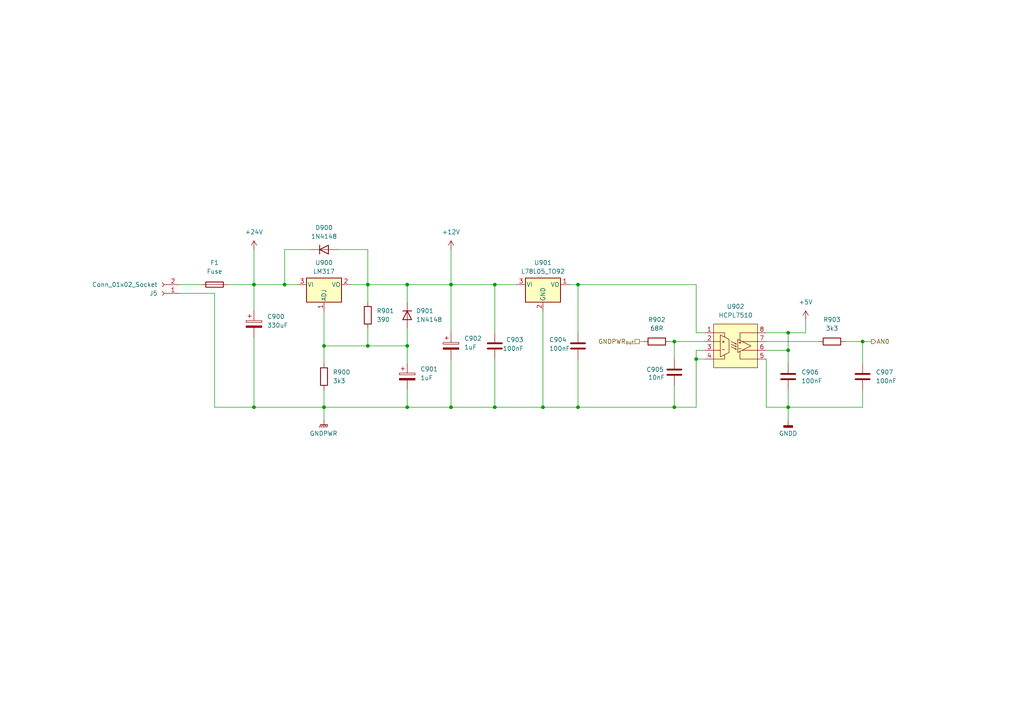
<source format=kicad_sch>
(kicad_sch (version 20231120) (generator "eeschema") (generator_version "8.0")
  (paper "A4")
  (title_block (title "Motor Control") (date "2025-07-03") (rev "0.1.0") (company "AARHUS TECH"))
  (lib_symbols
    (symbol "Connector:Conn_01x02_Socket" (pin_names (offset 1.016) hide)
      (property "Reference" "J" (at 0 2.54 0))
      (property "Value" "Conn_01x02_Socket" (at 0 -5.08 0))
      (symbol "Conn_01x02_Socket_1_1"
        (arc (start 0 -2.032) (mid -0.5058 -2.54) (end 0 -3.048) (stroke (width 0.1524)))
        (polyline (pts (xy -1.27 -2.54) (xy -0.508 -2.54)) (stroke (width 0.1524)))
        (polyline (pts (xy -1.27 0) (xy -0.508 0)) (stroke (width 0.1524)))
        (arc (start 0 0.508) (mid -0.5058 0) (end 0 -0.508) (stroke (width 0.1524)))
        (pin passive line (at -5.08 0 0) (length 3.81) (name "Pin_1") (number "1"))
        (pin passive line (at -5.08 -2.54 0) (length 3.81) (name "Pin_2") (number "2"))
      )
    )
    (symbol "Device:C" (pin_numbers hide) (pin_names (offset 0.254))
      (property "Reference" "C" (at 0.635 2.54 0))
      (property "Value" "C" (at 0.635 -2.54 0))
      (symbol "C_0_1"
        (polyline (pts (xy -2.032 -0.762) (xy 2.032 -0.762)) (stroke (width 0.508)))
        (polyline (pts (xy -2.032 0.762) (xy 2.032 0.762)) (stroke (width 0.508)))
      )
      (symbol "C_1_1"
        (pin passive line (at 0 3.81 270) (length 2.794) (name "~") (number "1"))
        (pin passive line (at 0 -3.81 90) (length 2.794) (name "~") (number "2"))
      )
    )
    (symbol "Device:C_Polarized" (pin_numbers hide) (pin_names (offset 0.254))
      (property "Reference" "C" (at 0.635 2.54 0))
      (property "Value" "C_Polarized" (at 0.635 -2.54 0))
      (symbol "C_Polarized_0_1"
        (rectangle (start -2.286 0.508) (end 2.286 1.016))
        (polyline (pts (xy -1.778 2.286) (xy -0.762 2.286)))
        (polyline (pts (xy -1.27 2.794) (xy -1.27 1.778)))
        (rectangle (start 2.286 -0.508) (end -2.286 -1.016) (fill (type outline)))
      )
      (symbol "C_Polarized_1_1"
        (pin passive line (at 0 3.81 270) (length 2.794) (name "~") (number "1"))
        (pin passive line (at 0 -3.81 90) (length 2.794) (name "~") (number "2"))
      )
    )
    (symbol "Device:Fuse" (pin_numbers hide) (pin_names (offset 0))
      (property "Reference" "F" (at 2.032 0 90))
      (property "Value" "Fuse" (at -1.905 0 90))
      (symbol "Fuse_0_1"
        (rectangle (start -0.762 -2.54) (end 0.762 2.54) (stroke (width 0.254)))
        (polyline (pts (xy 0 2.54) (xy 0 -2.54)))
      )
      (symbol "Fuse_1_1"
        (pin passive line (at 0 3.81 270) (length 1.27) (name "~") (number "1"))
        (pin passive line (at 0 -3.81 90) (length 1.27) (name "~") (number "2"))
      )
    )
    (symbol "Device:R" (pin_numbers hide) (pin_names (offset 0))
      (property "Reference" "R" (at 2.032 0 90))
      (property "Value" "R" (at 0 0 90))
      (symbol "R_0_1"
        (rectangle (start -1.016 -2.54) (end 1.016 2.54) (stroke (width 0.254)))
      )
      (symbol "R_1_1"
        (pin passive line (at 0 3.81 270) (length 1.27) (name "~") (number "1"))
        (pin passive line (at 0 -3.81 90) (length 1.27) (name "~") (number "2"))
      )
    )
    (symbol "Diode:1N4148" (pin_numbers hide) (pin_names hide)
      (property "Reference" "D" (at 0 2.54 0))
      (property "Value" "1N4148" (at 0 -2.54 0))
      (symbol "1N4148_0_1"
        (polyline (pts (xy -1.27 1.27) (xy -1.27 -1.27)) (stroke (width 0.254)))
        (polyline (pts (xy 1.27 0) (xy -1.27 0)))
        (polyline (pts (xy 1.27 1.27) (xy 1.27 -1.27) (xy -1.27 0) (xy 1.27 1.27)) (stroke (width 0.254)))
      )
      (symbol "1N4148_1_1"
        (pin passive line (at -3.81 0 0) (length 2.54) (name "K") (number "1"))
        (pin passive line (at 3.81 0 180) (length 2.54) (name "A") (number "2"))
      )
    )
    (symbol "Regulator_Linear:L78L05_TO92" (pin_names (offset 0.254))
      (property "Reference" "U" (at -3.81 3.175 0))
      (property "Value" "L78L05_TO92" (at 0 3.175 0))
      (symbol "L78L05_TO92_0_1"
        (rectangle (start -5.08 -5.08) (end 5.08 1.905) (stroke (width 0.254)) (fill (type background)))
      )
      (symbol "L78L05_TO92_1_1"
        (pin power_out line (at 7.62 0 180) (length 2.54) (name "VO") (number "1"))
        (pin power_in line (at 0 -7.62 90) (length 2.54) (name "GND") (number "2"))
        (pin power_in line (at -7.62 0 0) (length 2.54) (name "VI") (number "3"))
      )
    )
    (symbol "Regulator_Linear:LM317_TO-220" (pin_names (offset 0.254))
      (property "Reference" "U" (at -3.81 3.175 0))
      (property "Value" "LM317_TO-220" (at 0 3.175 0))
      (symbol "LM317_TO-220_0_1"
        (rectangle (start -5.08 1.905) (end 5.08 -5.08) (stroke (width 0.254)) (fill (type background)))
      )
      (symbol "LM317_TO-220_1_1"
        (pin input line (at 0 -7.62 90) (length 2.54) (name "ADJ") (number "1"))
        (pin power_out line (at 7.62 0 180) (length 2.54) (name "VO") (number "2"))
        (pin power_in line (at -7.62 0 0) (length 2.54) (name "VI") (number "3"))
      )
    )
    (symbol "User:HCPL-7510" (pin_names hide)
      (property "Reference" "U" (at 2.54 -10.16 0))
      (symbol "HCPL-7510_1_1"
        (rectangle (start -6.35 6.35) (end 6.35 -6.35) (fill (type background)))
        (polyline (pts (xy -6.35 -1.27) (xy -4.445 -1.27)))
        (polyline (pts (xy -6.35 1.27) (xy -4.445 1.27)))
        (polyline (pts (xy -1.27 -0.254) (xy 0 -0.889)))
        (polyline (pts (xy -1.27 0.508) (xy 0 -0.127)))
        (polyline (pts (xy -1.27 1.27) (xy 0 0.635)))
        (polyline (pts (xy 6.35 -1.27) (xy 1.905 -1.27)))
        (polyline (pts (xy 6.35 1.27) (xy 1.905 1.27)))
        (polyline (pts (xy -6.35 -3.81) (xy -3.175 -3.81) (xy -3.175 -2.54)))
        (polyline (pts (xy -6.35 3.81) (xy -3.175 3.81) (xy -3.175 2.54)))
        (polyline (pts (xy 6.35 -3.81) (xy 1.27 -3.81) (xy 1.27 -1.6461)))
        (polyline (pts (xy 6.35 3.81) (xy 1.27 3.81) (xy 1.27 1.6676)))
        (polyline (pts (xy 0.254 -1.016) (xy 0 -0.762) (xy -0.1093 -0.9484) (xy 0.254 -1.016)))
        (polyline (pts (xy 0.254 -0.254) (xy 0 0) (xy -0.1093 -0.1864) (xy 0.254 -0.254)))
        (polyline (pts (xy 0.254 0.508) (xy 0 0.762) (xy -0.1093 0.5756) (xy 0.254 0.508)))
        (polyline (pts (xy 0.635 1.905) (xy 0.635 -1.905) (xy 4.445 0) (xy 0.635 1.905)) (fill (type background)))
        (polyline (pts (xy -4.445 -3.175) (xy -4.445 3.175) (xy -1.905 1.905) (xy -1.905 -1.905) (xy -4.445 -3.175)))
        (text "+" (at -3.556 1.27 0) (effects (font (size 0.889 0.889))))
        (text "+" (at 1.27 1.016 0) (effects (font (size 0.889 0.889))))
        (text "-" (at -3.556 -1.016 0) (effects (font (size 0.889 0.889))))
        (text "-" (at 1.27 -0.762 0) (effects (font (size 0.889 0.889))))
        (pin power_in line (at -8.89 3.81 0) (length 2.54) (name "V_{DD1}") (number "1"))
        (pin input line (at -8.89 1.27 0) (length 2.54) (name "V_{IN+}") (number "2"))
        (pin input line (at -8.89 -1.27 0) (length 2.54) (name "V_{IN-}") (number "3"))
        (pin power_in line (at -8.89 -3.81 0) (length 2.54) (name "GND_{1}") (number "4"))
        (pin power_in line (at 8.89 -3.81 180) (length 2.54) (name "GND_{2}") (number "5"))
        (pin input line (at 8.89 -1.27 180) (length 2.54) (name "V_{REF}") (number "6"))
        (pin output line (at 8.89 1.27 180) (length 2.54) (name "V_{OUT}") (number "7"))
        (pin power_in line (at 8.89 3.81 180) (length 2.54) (name "V_{DD2}") (number "8"))
      )
    )
    (symbol "power:+12V" (power) (pin_numbers hide) (pin_names (offset 0) hide)
      (property "Value" "+12V" (at 0 3.556 0))
      (symbol "+12V_0_1"
        (polyline (pts (xy -0.762 1.27) (xy 0 2.54)))
        (polyline (pts (xy 0 0) (xy 0 2.54)))
        (polyline (pts (xy 0 2.54) (xy 0.762 1.27)))
      )
      (symbol "+12V_1_1"
        (pin power_in line (at 0 0 90) (length 0) (name "~") (number "1"))
      )
    )
    (symbol "power:+24V" (power) (pin_numbers hide) (pin_names (offset 0) hide)
      (property "Value" "+24V" (at 0 3.556 0))
      (symbol "+24V_0_1"
        (polyline (pts (xy -0.762 1.27) (xy 0 2.54)))
        (polyline (pts (xy 0 0) (xy 0 2.54)))
        (polyline (pts (xy 0 2.54) (xy 0.762 1.27)))
      )
      (symbol "+24V_1_1"
        (pin power_in line (at 0 0 90) (length 0) (name "~") (number "1"))
      )
    )
    (symbol "power:+5VD" (power) (pin_numbers hide) (pin_names (offset 0) hide)
      (property "Value" "+5VD" (at 0 3.556 0))
      (symbol "+5VD_0_1"
        (polyline (pts (xy -0.762 1.27) (xy 0 2.54)))
        (polyline (pts (xy 0 0) (xy 0 2.54)))
        (polyline (pts (xy 0 2.54) (xy 0.762 1.27)))
      )
      (symbol "+5VD_1_1"
        (pin power_in line (at 0 0 90) (length 0) (name "~") (number "1"))
      )
    )
    (symbol "power:GNDD" (power) (pin_numbers hide) (pin_names (offset 0) hide)
      (property "Value" "GNDD" (at 0 -3.175 0))
      (symbol "GNDD_0_1"
        (rectangle (start -1.27 -1.524) (end 1.27 -2.032) (stroke (width 0.254)) (fill (type outline)))
        (polyline (pts (xy 0 0) (xy 0 -1.524)))
      )
      (symbol "GNDD_1_1"
        (pin power_in line (at 0 0 270) (length 0) (name "~") (number "1"))
      )
    )
    (symbol "power:GNDPWR" (power) (pin_numbers hide) (pin_names (offset 0) hide)
      (property "Value" "GNDPWR" (at 0 -3.302 0))
      (symbol "GNDPWR_0_1"
        (polyline (pts (xy 0 -1.27) (xy 0 0)))
        (polyline (pts (xy -1.016 -1.27) (xy -1.27 -2.032) (xy -1.27 -2.032)) (stroke (width 0.2032)))
        (polyline (pts (xy -0.508 -1.27) (xy -0.762 -2.032) (xy -0.762 -2.032)) (stroke (width 0.2032)))
        (polyline (pts (xy 0 -1.27) (xy -0.254 -2.032) (xy -0.254 -2.032)) (stroke (width 0.2032)))
        (polyline (pts (xy 0.508 -1.27) (xy 0.254 -2.032) (xy 0.254 -2.032)) (stroke (width 0.2032)))
        (polyline (pts (xy 1.016 -1.27) (xy -1.016 -1.27) (xy -1.016 -1.27)) (stroke (width 0.2032)))
        (polyline (pts (xy 1.016 -1.27) (xy 0.762 -2.032) (xy 0.762 -2.032) (xy 0.762 -2.032)) (stroke (width 0.2032)))
      )
      (symbol "GNDPWR_1_1"
        (pin power_in line (at 0 0 270) (length 0) (name "~") (number "1"))
      )
    )
  )
  (junction (at 73.66 118.11))
  (junction (at 93.98 118.11))
  (junction (at 118.11 82.55))
  (junction (at 228.6 96.52))
  (junction (at 130.81 118.11))
  (junction (at 82.55 82.55))
  (junction (at 118.11 118.11))
  (junction (at 195.58 118.11))
  (junction (at 118.11 100.33))
  (junction (at 143.51 118.11))
  (junction (at 250.19 99.06))
  (junction (at 228.6 118.11))
  (junction (at 201.93 104.14))
  (junction (at 157.48 118.11))
  (junction (at 73.66 82.55))
  (junction (at 130.81 82.55))
  (junction (at 167.64 82.55))
  (junction (at 228.6 101.6))
  (junction (at 143.51 82.55))
  (junction (at 167.64 118.11))
  (junction (at 195.58 99.06))
  (junction (at 106.68 82.55))
  (junction (at 93.98 100.33))
  (junction (at 106.68 100.33))
  (wire (pts (xy 52.07 82.55) (xy 58.42 82.55)))
  (wire (pts (xy 73.66 72.39) (xy 73.66 82.55)))
  (wire (pts (xy 194.31 99.06) (xy 195.58 99.06)))
  (wire (pts (xy 195.58 111.76) (xy 195.58 118.11)))
  (wire (pts (xy 118.11 118.11) (xy 93.98 118.11)))
  (wire (pts (xy 185.42 99.06) (xy 186.69 99.06)))
  (wire (pts (xy 73.66 97.79) (xy 73.66 118.11)))
  (wire (pts (xy 167.64 118.11) (xy 195.58 118.11)))
  (wire (pts (xy 228.6 118.11) (xy 228.6 121.92)))
  (wire (pts (xy 228.6 118.11) (xy 250.19 118.11)))
  (wire (pts (xy 106.68 82.55) (xy 106.68 87.63)))
  (wire (pts (xy 52.07 85.09) (xy 62.23 85.09)))
  (wire (pts (xy 93.98 113.03) (xy 93.98 118.11)))
  (wire (pts (xy 93.98 90.17) (xy 93.98 100.33)))
  (wire (pts (xy 82.55 72.39) (xy 82.55 82.55)))
  (wire (pts (xy 222.25 96.52) (xy 228.6 96.52)))
  (wire (pts (xy 233.68 92.71) (xy 233.68 96.52)))
  (wire (pts (xy 73.66 82.55) (xy 82.55 82.55)))
  (wire (pts (xy 195.58 99.06) (xy 195.58 104.14)))
  (wire (pts (xy 228.6 96.52) (xy 228.6 101.6)))
  (wire (pts (xy 130.81 96.52) (xy 130.81 82.55)))
  (wire (pts (xy 167.64 104.14) (xy 167.64 118.11)))
  (wire (pts (xy 130.81 118.11) (xy 143.51 118.11)))
  (wire (pts (xy 118.11 82.55) (xy 118.11 87.63)))
  (wire (pts (xy 157.48 118.11) (xy 157.48 90.17)))
  (wire (pts (xy 118.11 113.03) (xy 118.11 118.11)))
  (wire (pts (xy 130.81 118.11) (xy 118.11 118.11)))
  (wire (pts (xy 130.81 82.55) (xy 118.11 82.55)))
  (wire (pts (xy 157.48 118.11) (xy 167.64 118.11)))
  (wire (pts (xy 201.93 104.14) (xy 201.93 101.6)))
  (wire (pts (xy 97.79 72.39) (xy 106.68 72.39)))
  (wire (pts (xy 222.25 118.11) (xy 228.6 118.11)))
  (wire (pts (xy 73.66 118.11) (xy 93.98 118.11)))
  (wire (pts (xy 106.68 82.55) (xy 101.6 82.55)))
  (wire (pts (xy 90.17 72.39) (xy 82.55 72.39)))
  (wire (pts (xy 106.68 72.39) (xy 106.68 82.55)))
  (wire (pts (xy 93.98 100.33) (xy 106.68 100.33)))
  (wire (pts (xy 143.51 118.11) (xy 157.48 118.11)))
  (wire (pts (xy 228.6 101.6) (xy 222.25 101.6)))
  (wire (pts (xy 245.11 99.06) (xy 250.19 99.06)))
  (wire (pts (xy 130.81 72.39) (xy 130.81 82.55)))
  (wire (pts (xy 66.04 82.55) (xy 73.66 82.55)))
  (wire (pts (xy 228.6 105.41) (xy 228.6 101.6)))
  (wire (pts (xy 118.11 95.25) (xy 118.11 100.33)))
  (wire (pts (xy 204.47 101.6) (xy 201.93 101.6)))
  (wire (pts (xy 143.51 82.55) (xy 149.86 82.55)))
  (wire (pts (xy 250.19 99.06) (xy 250.19 105.41)))
  (wire (pts (xy 204.47 99.06) (xy 195.58 99.06)))
  (wire (pts (xy 73.66 90.17) (xy 73.66 82.55)))
  (wire (pts (xy 201.93 104.14) (xy 204.47 104.14)))
  (wire (pts (xy 250.19 113.03) (xy 250.19 118.11)))
  (wire (pts (xy 222.25 99.06) (xy 237.49 99.06)))
  (wire (pts (xy 250.19 99.06) (xy 252.73 99.06)))
  (wire (pts (xy 201.93 118.11) (xy 201.93 104.14)))
  (wire (pts (xy 167.64 82.55) (xy 167.64 96.52)))
  (wire (pts (xy 201.93 96.52) (xy 204.47 96.52)))
  (wire (pts (xy 130.81 82.55) (xy 143.51 82.55)))
  (wire (pts (xy 130.81 104.14) (xy 130.81 118.11)))
  (wire (pts (xy 228.6 113.03) (xy 228.6 118.11)))
  (wire (pts (xy 201.93 82.55) (xy 201.93 96.52)))
  (wire (pts (xy 93.98 118.11) (xy 93.98 121.92)))
  (wire (pts (xy 222.25 104.14) (xy 222.25 118.11)))
  (wire (pts (xy 143.51 82.55) (xy 143.51 96.52)))
  (wire (pts (xy 143.51 104.14) (xy 143.51 118.11)))
  (wire (pts (xy 228.6 96.52) (xy 233.68 96.52)))
  (wire (pts (xy 167.64 82.55) (xy 201.93 82.55)))
  (wire (pts (xy 165.1 82.55) (xy 167.64 82.55)))
  (wire (pts (xy 62.23 118.11) (xy 73.66 118.11)))
  (wire (pts (xy 106.68 95.25) (xy 106.68 100.33)))
  (wire (pts (xy 195.58 118.11) (xy 201.93 118.11)))
  (wire (pts (xy 93.98 105.41) (xy 93.98 100.33)))
  (wire (pts (xy 82.55 82.55) (xy 86.36 82.55)))
  (wire (pts (xy 106.68 100.33) (xy 118.11 100.33)))
  (wire (pts (xy 62.23 85.09) (xy 62.23 118.11)))
  (wire (pts (xy 118.11 100.33) (xy 118.11 105.41)))
  (wire (pts (xy 106.68 82.55) (xy 118.11 82.55)))
  (hierarchical_label "GNDPWR_{out}" (shape passive) (at 185.42 99.06 180))
  (hierarchical_label "AN0" (shape output) (at 252.73 99.06 0))
  (symbol (lib_id "Device:C") (at 228.6 109.22 0) (unit 1)
    (property "Reference" "C906" (at 232.41 107.9499 0) (effects (justify left)))
    (property "Value" "100nF" (at 232.41 110.4899 0) (effects (justify left)))
    (property "Footprint" "Capacitor_THT:C_Rect_L7.2mm_W2.5mm_P5.00mm_FKS2_FKP2_MKS2_MKP2" (effects (hide yes)))
    (property "Description" "Unpolarized capacitor" (effects (hide yes)))
  )
  (symbol (lib_id "Device:C_Polarized") (at 130.81 100.33 0) (unit 1)
    (property "Reference" "C902" (at 134.62 98.1709 0) (effects (justify left)))
    (property "Value" "1uF" (at 134.62 100.7109 0) (effects (justify left)))
    (property "Footprint" "Capacitor_THT:CP_Radial_D5.0mm_P2.50mm" (effects (hide yes)))
    (property "Description" "Polarized capacitor" (effects (hide yes)))
  )
  (symbol (lib_id "Diode:1N4148") (at 118.11 91.44 90) (mirror x) (unit 1)
    (property "Reference" "D901" (at 120.65 90.1699 90) (effects (justify right)))
    (property "Value" "1N4148" (at 120.65 92.7099 90) (effects (justify right)))
    (property "Footprint" "Diode_THT:D_DO-35_SOD27_P7.62mm_Horizontal" (effects (hide yes)))
    (property "Datasheet" "https://assets.nexperia.com/documents/data-sheet/1N4148_1N4448.pdf" (effects (hide yes)))
    (property "Description" "100V 0.15A standard switching diode, DO-35" (effects (hide yes)))
    (property "Sim.Device" "D" (effects (hide yes)))
    (property "Sim.Pins" "1=K 2=A" (effects (hide yes)))
  )
  (symbol (lib_id "power:+5VD") (at 233.68 92.71 0) (unit 1)
    (property "Reference" "#PWR028" (effects (hide yes)))
    (property "Value" "+5V" (at 233.68 87.63 0))
    (property "Description" "Power symbol creates a global label with name \"+5VD\"" (effects (hide yes)))
  )
  (symbol (lib_id "Device:C_Polarized") (at 118.11 109.22 0) (unit 1)
    (property "Reference" "C901" (at 121.92 107.0609 0) (effects (justify left)))
    (property "Value" "1uF" (at 121.92 109.6009 0) (effects (justify left)))
    (property "Footprint" "Capacitor_THT:CP_Radial_D5.0mm_P2.50mm" (effects (hide yes)))
    (property "Description" "Polarized capacitor" (effects (hide yes)))
  )
  (symbol (lib_id "User:HCPL-7510") (at 213.36 100.33 0) (unit 1)
    (property "Reference" "U902" (at 213.36 88.9 0))
    (property "Value" "HCPL7510" (at 213.36 91.44 0))
    (property "Footprint" "Package_DIP:DIP-8_W7.62mm_Socket_LongPads" (effects (hide yes)))
  )
  (symbol (lib_id "Device:R") (at 241.3 99.06 270) (mirror x) (unit 1)
    (property "Reference" "R903" (at 241.3 92.71 90))
    (property "Value" "3k3" (at 241.3 95.25 90))
    (property "Footprint" "Resistor_THT:R_Axial_DIN0207_L6.3mm_D2.5mm_P10.16mm_Horizontal" (effects (hide yes)))
  )
  (symbol (lib_id "power:GNDD") (at 228.6 121.92 0) (mirror y) (unit 1)
    (property "Reference" "#PWR027" (effects (hide yes)))
    (property "Value" "GNDD" (at 228.6 125.73 0))
    (property "Description" "Power symbol creates a global label with name \"GNDD\" , digital ground" (effects (hide yes)))
  )
  (symbol (lib_id "Device:R") (at 93.98 109.22 0) (mirror y) (unit 1)
    (property "Reference" "R900" (at 96.52 107.9499 0) (effects (justify right)))
    (property "Value" "3k3" (at 96.52 110.4899 0) (effects (justify right)))
    (property "Footprint" "Resistor_THT:R_Axial_DIN0207_L6.3mm_D2.5mm_P10.16mm_Horizontal" (effects (hide yes)))
    (property "Description" "Resistor" (effects (hide yes)))
  )
  (symbol (lib_id "power:GNDPWR") (at 93.98 121.92 0) (unit 1)
    (property "Reference" "#PWR033" (effects (hide yes)))
    (property "Value" "GNDPWR" (at 93.853 125.73 0))
    (property "Description" "Power symbol creates a global label with name \"GNDPWR\" , global ground" (effects (hide yes)))
  )
  (symbol (lib_id "Device:C") (at 195.58 107.95 0) (unit 1)
    (property "Reference" "C905" (at 187.452 107.188 0) (effects (justify left)))
    (property "Value" "10nF" (at 187.96 109.474 0) (effects (justify left)))
    (property "Footprint" "Capacitor_THT:C_Rect_L7.2mm_W2.5mm_P5.00mm_FKS2_FKP2_MKS2_MKP2" (effects (hide yes)))
    (property "Description" "Unpolarized capacitor" (effects (hide yes)))
  )
  (symbol (lib_id "Device:C") (at 250.19 109.22 0) (unit 1)
    (property "Reference" "C907" (at 254 107.9499 0) (effects (justify left)))
    (property "Value" "100nF" (at 254 110.4899 0) (effects (justify left)))
    (property "Footprint" "Capacitor_THT:C_Rect_L7.2mm_W2.5mm_P5.00mm_FKS2_FKP2_MKS2_MKP2" (effects (hide yes)))
    (property "Description" "Unpolarized capacitor" (effects (hide yes)))
  )
  (symbol (lib_id "Device:Fuse") (at 62.23 82.55 90) (unit 1)
    (property "Reference" "F1" (at 62.23 76.2 90))
    (property "Value" "Fuse" (at 62.23 78.74 90))
    (property "Footprint" "User:Fuseholder_Stelvio-kontek_PTF_78_5x20mm" (effects (hide yes)))
    (property "Description" "Fuse" (effects (hide yes)))
  )
  (symbol (lib_id "Diode:1N4148") (at 93.98 72.39 0) (mirror x) (unit 1)
    (property "Reference" "D900" (at 93.98 66.04 0))
    (property "Value" "1N4148" (at 93.98 68.58 0))
    (property "Footprint" "Diode_THT:D_DO-35_SOD27_P7.62mm_Horizontal" (effects (hide yes)))
    (property "Datasheet" "https://assets.nexperia.com/documents/data-sheet/1N4148_1N4448.pdf" (effects (hide yes)))
    (property "Description" "100V 0.15A standard switching diode, DO-35" (effects (hide yes)))
    (property "Sim.Device" "D" (effects (hide yes)))
    (property "Sim.Pins" "1=K 2=A" (effects (hide yes)))
  )
  (symbol (lib_id "power:+24V") (at 73.66 72.39 0) (unit 1)
    (property "Reference" "#PWR015" (effects (hide yes)))
    (property "Value" "+24V" (at 73.66 67.31 0))
    (property "Description" "Power symbol creates a global label with name \"+24V\"" (effects (hide yes)))
  )
  (symbol (lib_id "Device:R") (at 190.5 99.06 270) (mirror x) (unit 1)
    (property "Reference" "R902" (at 190.5 92.71 90))
    (property "Value" "68R" (at 190.5 95.25 90))
    (property "Footprint" "Resistor_THT:R_Axial_DIN0207_L6.3mm_D2.5mm_P10.16mm_Horizontal" (effects (hide yes)))
  )
  (symbol (lib_id "Device:C") (at 143.51 100.33 0) (mirror y) (unit 1)
    (property "Reference" "C903" (at 151.892 98.552 0) (effects (justify left)))
    (property "Value" "100nF" (at 151.892 101.092 0) (effects (justify left)))
    (property "Footprint" "Capacitor_THT:C_Rect_L7.2mm_W2.5mm_P5.00mm_FKS2_FKP2_MKS2_MKP2" (effects (hide yes)))
    (property "Description" "Unpolarized capacitor" (effects (hide yes)))
  )
  (symbol (lib_id "Device:R") (at 106.68 91.44 0) (mirror y) (unit 1)
    (property "Reference" "R901" (at 109.22 90.1699 0) (effects (justify right)))
    (property "Value" "390" (at 109.22 92.7099 0) (effects (justify right)))
    (property "Footprint" "Resistor_THT:R_Axial_DIN0207_L6.3mm_D2.5mm_P10.16mm_Horizontal" (effects (hide yes)))
    (property "Description" "Resistor" (effects (hide yes)))
  )
  (symbol (lib_id "Device:C_Polarized") (at 73.66 93.98 0) (unit 1)
    (property "Reference" "C900" (at 77.47 91.8209 0) (effects (justify left)))
    (property "Value" "330uF" (at 77.47 94.3609 0) (effects (justify left)))
    (property "Footprint" "Capacitor_THT:CP_Radial_D8.0mm_P5.00mm" (effects (hide yes)))
    (property "Description" "Polarized capacitor" (effects (hide yes)))
  )
  (symbol (lib_id "Connector:Conn_01x02_Socket") (at 46.99 85.09 180) (unit 1)
    (property "Reference" "J5" (at 45.72 85.0901 0) (effects (justify left)))
    (property "Value" "Conn_01x02_Socket" (at 45.72 82.5501 0) (effects (justify left)))
    (property "Footprint" "Connector_Phoenix_MC_HighVoltage:PhoenixContact_MCV_1,5_2-G-5.08_1x02_P5.08mm_Vertical" (effects (hide yes)))
    (property "Description" "Generic connector, single row, 01x02, script generated" (effects (hide yes)))
  )
  (symbol (lib_id "power:+12V") (at 130.81 72.39 0) (mirror y) (unit 1)
    (property "Reference" "#PWR034" (effects (hide yes)))
    (property "Value" "+12V" (at 130.81 67.31 0))
    (property "Description" "Power symbol creates a global label with name \"+12V\"" (effects (hide yes)))
  )
  (symbol (lib_id "Regulator_Linear:L78L05_TO92") (at 157.48 82.55 0) (unit 1)
    (property "Reference" "U901" (at 157.48 76.2 0))
    (property "Value" "L78L05_TO92" (at 157.48 78.74 0))
    (property "Footprint" "Package_TO_SOT_THT:TO-92_Inline_Wide" (effects (hide yes)))
    (property "Datasheet" "http://www.st.com/content/ccc/resource/technical/document/datasheet/15/55/e5/aa/23/5b/43/fd/CD00000446.pdf/files/CD00000446.pdf/jcr:content/translations/en.CD00000446.pdf" (effects (hide yes)))
    (property "Description" "Positive 100mA 30V Linear Regulator, Fixed Output 5V, TO-92" (effects (hide yes)))
  )
  (symbol (lib_id "Regulator_Linear:LM317_TO-220") (at 93.98 82.55 0) (unit 1)
    (property "Reference" "U900" (at 93.98 76.2 0))
    (property "Value" "LM317" (at 93.98 78.74 0))
    (property "Footprint" "Package_TO_SOT_THT:TO-220-3_Horizontal_TabDown" (effects (hide yes)))
    (property "Datasheet" "http://www.ti.com/lit/ds/symlink/lm317.pdf" (effects (hide yes)))
    (property "Description" "1.5A 35V Adjustable Linear Regulator, TO-220" (effects (hide yes)))
  )
  (symbol (lib_id "Device:C") (at 167.64 100.33 0) (unit 1)
    (property "Reference" "C904" (at 159.258 98.552 0) (effects (justify left)))
    (property "Value" "100nF" (at 159.258 101.092 0) (effects (justify left)))
    (property "Footprint" "Capacitor_THT:C_Rect_L7.2mm_W2.5mm_P5.00mm_FKS2_FKP2_MKS2_MKP2" (effects (hide yes)))
    (property "Description" "Unpolarized capacitor" (effects (hide yes)))
  )
)
</source>
